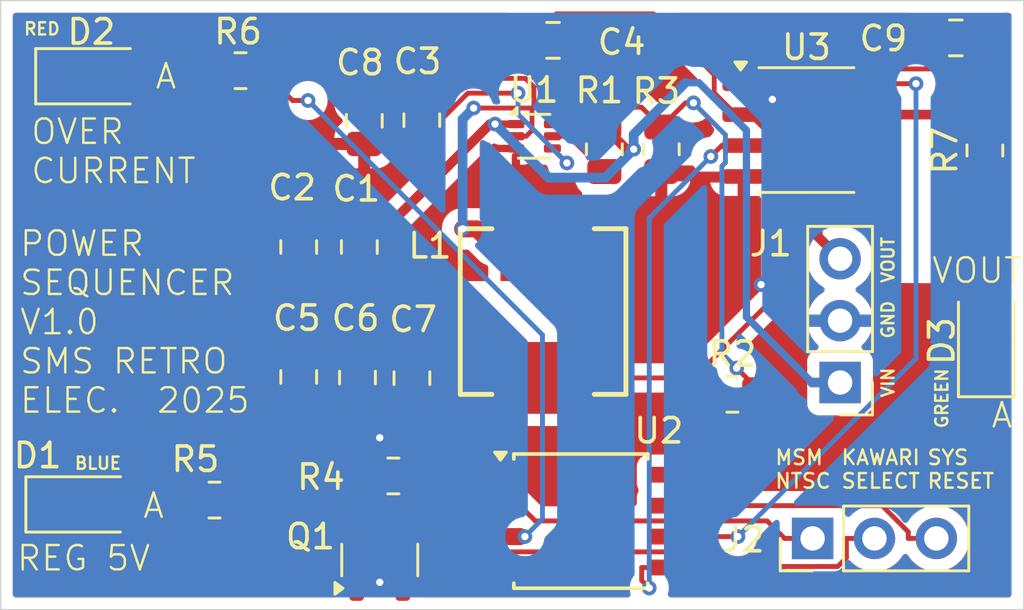
<source format=kicad_pcb>
(kicad_pcb (version 20240108) (generator "pcbnew") (generator_version "8.0")
  (layers (0 "F.Cu" signal) (31 "B.Cu" signal) (34 "B.Paste" user) (35 "F.Paste" user) (36 "B.SilkS" user "B.Silkscreen") (37 "F.SilkS" user "F.Silkscreen") (38 "B.Mask" user) (39 "F.Mask" user) (44 "Edge.Cuts" user))
  (net 0 "")
  (net 1 "Vin")
  (net 2 "GND")
  (net 3 "Net-(D1-A)")
  (net 4 "Net-(D2-A)")
  (net 5 "Vout")
  (net 6 "{slash}SYSTEM_RESET")
  (net 7 "Net-(J2-Pin_2)")
  (net 8 "Net-(U1-BST)")
  (net 9 "Net-(U1-SW)")
  (net 10 "Net-(U1-FB)")
  (net 11 "Net-(U2-VCC)")
  (net 12 "MSM_NTSC")
  (net 13 "Net-(D3-A)")
  (net 15 "Net-(U1-EN)")
  (net 16 "Net-(U2-XTAL2{slash}PB4)")
  (net 17 "Net-(U2-PB1)")
  (net 18 "Net-(U2-AREF{slash}PB0)")
  (footprint "Resistor_SMD:R_0805_2012Metric" (layer "F.Cu") (at 208.2292 78.9432 90)
    (property "Reference" "R7" (at 0 -1.65 90) (layer "F.SilkS"))
    (property "Value" "1K" (hide yes))
    (fp_line (start -0.227064 -0.735) (end 0.227064 -0.735) (stroke (width 0.12)) (layer "F.SilkS"))
    (fp_line (start -0.227064 0.735) (end 0.227064 0.735) (stroke (width 0.12)) (layer "F.SilkS"))
    (pad "1" smd roundrect (at -0.9125 0 90) (size 1.025 1.4) (layers "F.Cu" "F.Paste" "F.Mask") (roundrect_rratio 0.243902) (net 13 "Net-(D3-A)"))
    (pad "2" smd roundrect (at 0.9125 0 90) (size 1.025 1.4) (layers "F.Cu" "F.Paste" "F.Mask") (roundrect_rratio 0.243902) (net 5 "Vout"))
  )
  (footprint "Package_SO:SO-8_3.9x4.9mm_P1.27mm" (layer "F.Cu") (at 200.9044 78.105)
    (property "Reference" "U3" (at 0 -3.4 0) (layer "F.SilkS"))
    (property "Value" "AP2152A" (hide yes))
    (fp_line (start 0 -2.56) (end -1.95 -2.56) (stroke (width 0.12)) (layer "F.SilkS"))
    (fp_line (start 0 -2.56) (end 1.95 -2.56) (stroke (width 0.12)) (layer "F.SilkS"))
    (fp_line (start 0 2.56) (end -1.95 2.56) (stroke (width 0.12)) (layer "F.SilkS"))
    (fp_line (start 0 2.56) (end 1.95 2.56) (stroke (width 0.12)) (layer "F.SilkS"))
    (fp_poly (pts (xy -2.7 -2.465) (xy -2.94 -2.795) (xy -2.46 -2.795) (xy -2.7 -2.465)) (stroke (width 0.12)) (fill solid) (layer "F.SilkS"))
    (pad "1" smd roundrect (at -2.575 -1.905) (size 1.75 0.6) (layers "F.Cu" "F.Paste" "F.Mask") (net 2 "GND"))
    (pad "2" smd roundrect (at -2.575 -0.635) (size 1.75 0.6) (layers "F.Cu" "F.Paste" "F.Mask") (net 11 "Net-(U2-VCC)"))
    (pad "3" smd roundrect (at -2.575 0.635) (size 1.75 0.6) (layers "F.Cu" "F.Paste" "F.Mask") (net 18 "Net-(U2-AREF{slash}PB0)"))
    (pad "4" smd roundrect (at -2.575 1.905) (size 1.75 0.6) (layers "F.Cu" "F.Paste" "F.Mask") (net 2 "GND"))
    (pad "5" smd roundrect (at 2.575 1.905) (size 1.75 0.6) (layers "F.Cu" "F.Paste" "F.Mask"))
    (pad "6" smd roundrect (at 2.575 0.635) (size 1.75 0.6) (layers "F.Cu" "F.Paste" "F.Mask"))
    (pad "7" smd roundrect (at 2.575 -0.635) (size 1.75 0.6) (layers "F.Cu" "F.Paste" "F.Mask") (net 5 "Vout"))
    (pad "8" smd roundrect (at 2.575 -1.905) (size 1.75 0.6) (layers "F.Cu" "F.Paste" "F.Mask") (net 17 "Net-(U2-PB1)"))
  )
  (footprint "Capacitor_SMD:C_0805_2012Metric" (layer "F.Cu") (at 182.753 77.724 -90)
    (property "Reference" "C8" (at -2.3876 0.1778 180) (layer "F.SilkS"))
    (property "Value" ".1 uF")
    (fp_line (start -0.261252 0.735) (end 0.261252 0.735) (stroke (width 0.12)) (layer "F.SilkS"))
    (fp_line (start -0.261252 -0.735) (end 0.261252 -0.735) (stroke (width 0.12)) (layer "F.SilkS"))
    (pad "1" smd roundrect (at -0.95 0 270) (size 1 1.45) (layers "F.Cu" "F.Paste" "F.Mask") (net 11 "Net-(U2-VCC)"))
    (pad "2" smd roundrect (at 0.95 0 270) (size 1 1.45) (layers "F.Cu" "F.Paste" "F.Mask") (net 2 "GND"))
  )
  (footprint "74437349047:WE-LHMI_7050" (layer "F.Cu") (at 190.0936 85.5544 -90)
    (property "Reference" "L1" (at -2.6996 4.6482 0) (layer "F.SilkS"))
    (property "Value" "4.7 uH" (hide yes))
    (fp_line (start -3.4 3.4) (end 3.4 3.4) (stroke (width 0.2)) (layer "F.SilkS"))
    (fp_line (start 3.4 3.4) (end 3.4 2.1) (stroke (width 0.2)) (layer "F.SilkS"))
    (fp_line (start -3.4 2.1) (end -3.4 3.4) (stroke (width 0.2)) (layer "F.SilkS"))
    (fp_line (start -3.4 -2.1) (end -3.4 -3.4) (stroke (width 0.2)) (layer "F.SilkS"))
    (fp_line (start -3.4 -3.4) (end 3.4 -3.4) (stroke (width 0.2)) (layer "F.SilkS"))
    (fp_line (start 3.4 -3.4) (end 3.4 -2.1) (stroke (width 0.2)) (layer "F.SilkS"))
    (pad "1" smd rect (at -2.725 0 270) (size 2.95 3.5) (layers "F.Cu" "F.Paste" "F.Mask") (net 9 "Net-(U1-SW)"))
    (pad "2" smd rect (at 2.725 0 270) (size 2.95 3.5) (layers "F.Cu" "F.Paste" "F.Mask") (net 11 "Net-(U2-VCC)"))
    (zone (net 0) (net_name "") (layer "F.Cu") (connect_pads (clearance 0)) (min_thickness 0.01)
      (keepout (tracks not_allowed) (vias not_allowed) (pads not_allowed) (copperpour not_allowed) (footprints allowed))
      (fill (thermal_gap 0.508) (thermal_bridge_width 0.508))
      (polygon (pts (xy 193.3936 84.3044) (xy 193.3936 86.8044) (xy 186.7936 86.8044) (xy 186.7936 84.3044)))
    )
  )
  (footprint "Resistor_SMD:R_0805_2012Metric" (layer "F.Cu") (at 183.9468 92.3036 180)
    (property "Reference" "R4" (at 2.9718 -0.0508 0) (layer "F.SilkS"))
    (property "Value" "100K" (hide yes))
    (fp_line (start -0.227064 0.735) (end 0.227064 0.735) (stroke (width 0.12)) (layer "F.SilkS"))
    (fp_line (start -0.227064 -0.735) (end 0.227064 -0.735) (stroke (width 0.12)) (layer "F.SilkS"))
    (pad "1" smd roundrect (at -0.9125 0 180) (size 1.025 1.4) (layers "F.Cu" "F.Paste" "F.Mask") (roundrect_rratio 0.243902) (net 12 "MSM_NTSC"))
    (pad "2" smd roundrect (at 0.9125 0 180) (size 1.025 1.4) (layers "F.Cu" "F.Paste" "F.Mask") (roundrect_rratio 0.243902) (net 2 "GND"))
  )
  (footprint "Capacitor_SMD:C_0805_2012Metric" (layer "F.Cu") (at 180.0606 82.9056 -90)
    (property "Reference" "C2" (at -2.4384 0.2666 180) (layer "F.SilkS"))
    (property "Value" ".1 uF")
    (fp_line (start -0.261252 0.735) (end 0.261252 0.735) (stroke (width 0.12)) (layer "F.SilkS"))
    (fp_line (start -0.261252 -0.735) (end 0.261252 -0.735) (stroke (width 0.12)) (layer "F.SilkS"))
    (pad "1" smd roundrect (at -0.95 0 270) (size 1 1.45) (layers "F.Cu" "F.Paste" "F.Mask") (net 1 "Vin"))
    (pad "2" smd roundrect (at 0.95 0 270) (size 1 1.45) (layers "F.Cu" "F.Paste" "F.Mask") (net 2 "GND"))
  )
  (footprint "Resistor_SMD:R_0805_2012Metric" (layer "F.Cu") (at 194.945 78.8924 -90)
    (property "Reference" "R3" (at -2.3876 0.2032 180) (layer "F.SilkS"))
    (property "Value" "30K" (hide yes))
    (fp_line (start -0.227064 0.735) (end 0.227064 0.735) (stroke (width 0.12)) (layer "F.SilkS"))
    (fp_line (start -0.227064 -0.735) (end 0.227064 -0.735) (stroke (width 0.12)) (layer "F.SilkS"))
    (pad "1" smd roundrect (at -0.9125 0 270) (size 1.025 1.4) (layers "F.Cu" "F.Paste" "F.Mask") (roundrect_rratio 0.243902) (net 10 "Net-(U1-FB)"))
    (pad "2" smd roundrect (at 0.9125 0 270) (size 1.025 1.4) (layers "F.Cu" "F.Paste" "F.Mask") (roundrect_rratio 0.243902) (net 2 "GND"))
  )
  (footprint "Capacitor_SMD:C_0805_2012Metric" (layer "F.Cu") (at 182.5498 82.9056 -90)
    (property "Reference" "C1" (at -2.3876 0.127 180) (layer "F.SilkS"))
    (property "Value" "10 uF")
    (fp_line (start -0.261252 0.735) (end 0.261252 0.735) (stroke (width 0.12)) (layer "F.SilkS"))
    (fp_line (start -0.261252 -0.735) (end 0.261252 -0.735) (stroke (width 0.12)) (layer "F.SilkS"))
    (pad "1" smd roundrect (at -0.95 0 270) (size 1 1.45) (layers "F.Cu" "F.Paste" "F.Mask") (net 1 "Vin"))
    (pad "2" smd roundrect (at 0.95 0 270) (size 1 1.45) (layers "F.Cu" "F.Paste" "F.Mask") (net 2 "GND"))
  )
  (footprint "Resistor_SMD:R_0805_2012Metric" (layer "F.Cu") (at 176.6062 93.2942)
    (property "Reference" "R5" (at -0.7855 -1.6764 0) (layer "F.SilkS"))
    (property "Value" "1K" (hide yes))
    (fp_line (start -0.227064 -0.735) (end 0.227064 -0.735) (stroke (width 0.12)) (layer "F.SilkS"))
    (fp_line (start -0.227064 0.735) (end 0.227064 0.735) (stroke (width 0.12)) (layer "F.SilkS"))
    (pad "1" smd roundrect (at -0.9125 0) (size 1.025 1.4) (layers "F.Cu" "F.Paste" "F.Mask") (roundrect_rratio 0.243902) (net 3 "Net-(D1-A)"))
    (pad "2" smd roundrect (at 0.9125 0) (size 1.025 1.4) (layers "F.Cu" "F.Paste" "F.Mask") (roundrect_rratio 0.243902) (net 11 "Net-(U2-VCC)"))
  )
  (footprint "Capacitor_SMD:C_0805_2012Metric" (layer "F.Cu") (at 182.4736 88.265 -90)
    (property "Reference" "C6" (at -2.4384 0.0762 180) (layer "F.SilkS"))
    (property "Value" "22 uF")
    (fp_line (start -0.261252 0.735) (end 0.261252 0.735) (stroke (width 0.12)) (layer "F.SilkS"))
    (fp_line (start -0.261252 -0.735) (end 0.261252 -0.735) (stroke (width 0.12)) (layer "F.SilkS"))
    (pad "1" smd roundrect (at -0.95 0 270) (size 1 1.45) (layers "F.Cu" "F.Paste" "F.Mask") (net 11 "Net-(U2-VCC)"))
    (pad "2" smd roundrect (at 0.95 0 270) (size 1 1.45) (layers "F.Cu" "F.Paste" "F.Mask") (net 2 "GND"))
  )
  (footprint "Capacitor_SMD:C_0805_2012Metric" (layer "F.Cu") (at 184.7088 88.2904 -90)
    (property "Reference" "C7" (at -2.413 -0.0508 180) (layer "F.SilkS"))
    (property "Value" ".1 uF")
    (fp_line (start -0.261252 0.735) (end 0.261252 0.735) (stroke (width 0.12)) (layer "F.SilkS"))
    (fp_line (start -0.261252 -0.735) (end 0.261252 -0.735) (stroke (width 0.12)) (layer "F.SilkS"))
    (pad "1" smd roundrect (at -0.95 0 270) (size 1 1.45) (layers "F.Cu" "F.Paste" "F.Mask") (net 11 "Net-(U2-VCC)"))
    (pad "2" smd roundrect (at 0.95 0 270) (size 1 1.45) (layers "F.Cu" "F.Paste" "F.Mask") (net 2 "GND"))
  )
  (footprint "Package_TO_SOT_SMD:SOT-23" (layer "F.Cu") (at 183.388 95.7557 90)
    (property "Reference" "Q1" (at 0.9629 -2.8448 180) (layer "F.SilkS"))
    (property "Value" "2N7002" (hide yes))
    (fp_line (start 0 -1.56) (end 0.65 -1.56) (stroke (width 0.12)) (layer "F.SilkS"))
    (fp_line (start 0 -1.56) (end -0.65 -1.56) (stroke (width 0.12)) (layer "F.SilkS"))
    (fp_line (start 0 1.56) (end 0.65 1.56) (stroke (width 0.12)) (layer "F.SilkS"))
    (fp_line (start 0 1.56) (end -0.65 1.56) (stroke (width 0.12)) (layer "F.SilkS"))
    (fp_poly (pts (xy -1.1625 -1.51) (xy -1.4025 -1.84) (xy -0.9225 -1.84) (xy -1.1625 -1.51)) (stroke (width 0.12)) (fill solid) (layer "F.SilkS"))
    (pad "1" smd roundrect (at -0.9375 -0.95 90) (size 1.475 0.6) (layers "F.Cu" "F.Paste" "F.Mask") (net 12 "MSM_NTSC"))
    (pad "2" smd roundrect (at -0.9375 0.95 90) (size 1.475 0.6) (layers "F.Cu" "F.Paste" "F.Mask") (net 2 "GND"))
    (pad "3" smd roundrect (at 0.9375 0 90) (size 1.475 0.6) (layers "F.Cu" "F.Paste" "F.Mask") (net 7 "Net-(J2-Pin_2)"))
  )
  (footprint "Resistor_SMD:R_0805_2012Metric" (layer "F.Cu") (at 192.6082 78.8943 -90)
    (property "Reference" "R1" (at -2.4149 0.2032 180) (layer "F.SilkS"))
    (property "Value" "100K")
    (fp_line (start -0.227064 0.735) (end 0.227064 0.735) (stroke (width 0.12)) (layer "F.SilkS"))
    (fp_line (start -0.227064 -0.735) (end 0.227064 -0.735) (stroke (width 0.12)) (layer "F.SilkS"))
    (pad "1" smd roundrect (at -0.9125 0 270) (size 1.025 1.4) (layers "F.Cu" "F.Paste" "F.Mask") (roundrect_rratio 0.243902) (net 1 "Vin"))
    (pad "2" smd roundrect (at 0.9125 0 270) (size 1.025 1.4) (layers "F.Cu" "F.Paste" "F.Mask") (roundrect_rratio 0.243902) (net 15 "Net-(U1-EN)"))
  )
  (footprint "Connector_PinHeader_2.54mm:PinHeader_1x03_P2.54mm_Vertical" (layer "F.Cu") (at 201.1576 94.869 90)
    (property "Reference" "J2" (at -0.0508 -2.8344 0) (layer "F.SilkS"))
    (property "Value" "Conn_01x03_Pin" (hide yes))
    (fp_line (start -1.33 -1.33) (end 0 -1.33) (stroke (width 0.12)) (layer "F.SilkS"))
    (fp_line (start -1.33 0) (end -1.33 -1.33) (stroke (width 0.12)) (layer "F.SilkS"))
    (fp_line (start 1.33 1.27) (end 1.33 6.41) (stroke (width 0.12)) (layer "F.SilkS"))
    (fp_line (start -1.33 1.27) (end 1.33 1.27) (stroke (width 0.12)) (layer "F.SilkS"))
    (fp_line (start -1.33 1.27) (end -1.33 6.41) (stroke (width 0.12)) (layer "F.SilkS"))
    (fp_line (start -1.33 6.41) (end 1.33 6.41) (stroke (width 0.12)) (layer "F.SilkS"))
    (pad "1" thru_hole rect (at 0 0 90) (size 1.7 1.7) (drill 1) (layers "*.Cu" "*.Mask") (net 12 "MSM_NTSC"))
    (pad "2" thru_hole oval (at 0 2.54 90) (size 1.7 1.7) (drill 1) (layers "*.Cu" "*.Mask") (net 7 "Net-(J2-Pin_2)"))
    (pad "3" thru_hole oval (at 0 5.08 90) (size 1.7 1.7) (drill 1) (layers "*.Cu" "*.Mask") (net 6 "{slash}SYSTEM_RESET"))
  )
  (footprint "Capacitor_SMD:C_0805_2012Metric" (layer "F.Cu") (at 207.0354 74.3204)
    (property "Reference" "C9" (at -2.9718 0.0254 0) (layer "F.SilkS"))
    (property "Value" ".1 uF" (hide yes))
    (fp_line (start -0.261252 -0.735) (end 0.261252 -0.735) (stroke (width 0.12)) (layer "F.SilkS"))
    (fp_line (start -0.261252 0.735) (end 0.261252 0.735) (stroke (width 0.12)) (layer "F.SilkS"))
    (pad "1" smd roundrect (at -0.95 0) (size 1 1.45) (layers "F.Cu" "F.Paste" "F.Mask") (net 11 "Net-(U2-VCC)"))
    (pad "2" smd roundrect (at 0.95 0) (size 1 1.45) (layers "F.Cu" "F.Paste" "F.Mask") (net 2 "GND"))
  )
  (footprint "LED_SMD:LED_1206_3216Metric" (layer "F.Cu") (at 171.5486 75.8952)
    (property "Reference" "D2" (at 0 -1.82 0) (layer "F.SilkS"))
    (property "Value" "RED LED SMD 1206" (hide yes))
    (fp_line (start -2.285 -1.135) (end -2.285 1.135) (stroke (width 0.12)) (layer "F.SilkS"))
    (fp_line (start -2.285 1.135) (end 1.6 1.135) (stroke (width 0.12)) (layer "F.SilkS"))
    (fp_line (start 1.6 -1.135) (end -2.285 -1.135) (stroke (width 0.12)) (layer "F.SilkS"))
    (pad "1" smd roundrect (at -1.4 0) (size 1.25 1.75) (layers "F.Cu" "F.Paste" "F.Mask") (roundrect_rratio 0.2) (net 2 "GND"))
    (pad "2" smd roundrect (at 1.4 0) (size 1.25 1.75) (layers "F.Cu" "F.Paste" "F.Mask") (roundrect_rratio 0.2) (net 4 "Net-(D2-A)"))
  )
  (footprint "LED_SMD:LED_1206_3216Metric" (layer "F.Cu") (at 171.1452 93.472)
    (property "Reference" "D1" (at -1.8034 -2.0066 0) (layer "F.SilkS"))
    (property "Value" "BLUE LED SMD 1206" (hide yes))
    (fp_line (start -2.285 -1.135) (end -2.285 1.135) (stroke (width 0.12)) (layer "F.SilkS"))
    (fp_line (start -2.285 1.135) (end 1.6 1.135) (stroke (width 0.12)) (layer "F.SilkS"))
    (fp_line (start 1.6 -1.135) (end -2.285 -1.135) (stroke (width 0.12)) (layer "F.SilkS"))
    (pad "1" smd roundrect (at -1.4 0) (size 1.25 1.75) (layers "F.Cu" "F.Paste" "F.Mask") (roundrect_rratio 0.2) (net 2 "GND"))
    (pad "2" smd roundrect (at 1.4 0) (size 1.25 1.75) (layers "F.Cu" "F.Paste" "F.Mask") (roundrect_rratio 0.2) (net 3 "Net-(D1-A)"))
  )
  (footprint "Capacitor_SMD:C_0805_2012Metric" (layer "F.Cu") (at 190.5 74.422)
    (property "Reference" "C4" (at 2.8194 0.0762 0) (layer "F.SilkS"))
    (property "Value" "18 pF")
    (fp_line (start -0.261252 -0.735) (end 0.261252 -0.735) (stroke (width 0.12)) (layer "F.SilkS"))
    (fp_line (start -0.261252 0.735) (end 0.261252 0.735) (stroke (width 0.12)) (layer "F.SilkS"))
    (pad "1" smd roundrect (at -0.95 0) (size 1 1.45) (layers "F.Cu" "F.Paste" "F.Mask") (net 11 "Net-(U2-VCC)"))
    (pad "2" smd roundrect (at 0.95 0) (size 1 1.45) (layers "F.Cu" "F.Paste" "F.Mask") (net 10 "Net-(U1-FB)"))
  )
  (footprint "Capacitor_SMD:C_0805_2012Metric" (layer "F.Cu") (at 180.0606 88.2396 -90)
    (property "Reference" "C5" (at -2.413 0.0762 180) (layer "F.SilkS"))
    (property "Value" "22 uF")
    (fp_line (start -0.261252 0.735) (end 0.261252 0.735) (stroke (width 0.12)) (layer "F.SilkS"))
    (fp_line (start -0.261252 -0.735) (end 0.261252 -0.735) (stroke (width 0.12)) (layer "F.SilkS"))
    (pad "1" smd roundrect (at -0.95 0 270) (size 1 1.45) (layers "F.Cu" "F.Paste" "F.Mask") (net 11 "Net-(U2-VCC)"))
    (pad "2" smd roundrect (at 0.95 0 270) (size 1 1.45) (layers "F.Cu" "F.Paste" "F.Mask") (net 2 "GND"))
  )
  (footprint "LED_SMD:LED_1206_3216Metric" (layer "F.Cu") (at 208.28 86.7664 90)
    (property "Reference" "D3" (at 0 -1.82 90) (layer "F.SilkS"))
    (property "Value" "GREEN LED SMD 1206" (hide yes))
    (fp_line (start 1.6 -1.135) (end -2.285 -1.135) (stroke (width 0.12)) (layer "F.SilkS"))
    (fp_line (start -2.285 -1.135) (end -2.285 1.135) (stroke (width 0.12)) (layer "F.SilkS"))
    (fp_line (start -2.285 1.135) (end 1.6 1.135) (stroke (width 0.12)) (layer "F.SilkS"))
    (pad "1" smd roundrect (at -1.4 0 90) (size 1.25 1.75) (layers "F.Cu" "F.Paste" "F.Mask") (roundrect_rratio 0.2) (net 2 "GND"))
    (pad "2" smd roundrect (at 1.4 0 90) (size 1.25 1.75) (layers "F.Cu" "F.Paste" "F.Mask") (roundrect_rratio 0.2) (net 13 "Net-(D3-A)"))
  )
  (footprint "Package_SO:SOIC-8W_5.3x5.3mm_P1.27mm" (layer "F.Cu") (at 191.643 94.1578)
    (property "Reference" "U2" (at 3.2004 -3.7084 0) (layer "F.SilkS"))
    (property "Value" "ATtiny85V-10S" (hide yes))
    (fp_line (start -2.75 -2.755) (end -2.75 -2.55) (stroke (width 0.15)) (layer "F.SilkS"))
    (fp_line (start -2.75 -2.755) (end 2.75 -2.755) (stroke (width 0.15)) (layer "F.SilkS"))
    (fp_line (start -2.75 2.755) (end -2.75 2.55) (stroke (width 0.15)) (layer "F.SilkS"))
    (fp_line (start -2.75 2.755) (end 2.75 2.755) (stroke (width 0.15)) (layer "F.SilkS"))
    (fp_line (start 2.75 -2.755) (end 2.75 -2.55) (stroke (width 0.15)) (layer "F.SilkS"))
    (fp_line (start 2.75 2.755) (end 2.75 2.55) (stroke (width 0.15)) (layer "F.SilkS"))
    (fp_poly (pts (xy -3.3 -2.5) (xy -3.54 -2.83) (xy -3.06 -2.83) (xy -3.3 -2.5)) (stroke (width 0.12)) (fill solid) (layer "F.SilkS"))
    (pad "1" smd rect (at -3.65 -1.905) (size 1.7 0.65) (layers "F.Cu" "F.Paste" "F.Mask"))
    (pad "2" smd rect (at -3.65 -0.635) (size 1.7 0.65) (layers "F.Cu" "F.Paste" "F.Mask") (net 12 "MSM_NTSC"))
    (pad "3" smd rect (at -3.65 0.635) (size 1.7 0.65) (layers "F.Cu" "F.Paste" "F.Mask") (net 16 "Net-(U2-XTAL2{slash}PB4)"))
    (pad "4" smd rect (at -3.65 1.905) (size 1.7 0.65) (layers "F.Cu" "F.Paste" "F.Mask") (net 2 "GND"))
    (pad "5" smd rect (at 3.65 1.905) (size 1.7 0.65) (layers "F.Cu" "F.Paste" "F.Mask") (net 18 "Net-(U2-AREF{slash}PB0)"))
    (pad "6" smd rect (at 3.65 0.635) (size 1.7 0.65) (layers "F.Cu" "F.Paste" "F.Mask") (net 17 "Net-(U2-PB1)"))
    (pad "7" smd rect (at 3.65 -0.635) (size 1.7 0.65) (layers "F.Cu" "F.Paste" "F.Mask") (net 6 "{slash}SYSTEM_RESET"))
    (pad "8" smd rect (at 3.65 -1.905) (size 1.7 0.65) (layers "F.Cu" "F.Paste" "F.Mask") (net 11 "Net-(U2-VCC)"))
  )
  (footprint "Connector_PinHeader_2.54mm:PinHeader_1x03_P2.54mm_Vertical" (layer "F.Cu") (at 202.2856 88.4682 180)
    (property "Reference" "J1" (at 2.8448 5.7 0) (layer "F.SilkS"))
    (property "Value" "Conn_01x03_Pin" (hide yes))
    (fp_line (start 1.33 1.27) (end 1.33 6.41) (stroke (width 0.12)) (layer "F.SilkS"))
    (fp_line (start -1.33 6.41) (end 1.33 6.41) (stroke (width 0.12)) (layer "F.SilkS"))
    (fp_line (start -1.33 1.27) (end 1.33 1.27) (stroke (width 0.12)) (layer "F.SilkS"))
    (fp_line (start -1.33 1.27) (end -1.33 6.41) (stroke (width 0.12)) (layer "F.SilkS"))
    (fp_line (start -1.33 0) (end -1.33 -1.33) (stroke (width 0.12)) (layer "F.SilkS"))
    (fp_line (start -1.33 -1.33) (end 0 -1.33) (stroke (width 0.12)) (layer "F.SilkS"))
    (pad "1" thru_hole rect (at 0 0 180) (size 1.7 1.7) (drill 1) (layers "*.Cu" "*.Mask") (net 1 "Vin"))
    (pad "2" thru_hole oval (at 0 2.54 180) (size 1.7 1.7) (drill 1) (layers "*.Cu" "*.Mask") (net 2 "GND"))
    (pad "3" thru_hole oval (at 0 5.08 180) (size 1.7 1.7) (drill 1) (layers "*.Cu" "*.Mask") (net 5 "Vout"))
  )
  (footprint "Resistor_SMD:R_0805_2012Metric" (layer "F.Cu") (at 197.866 88.9508)
    (property "Reference" "R2" (at 0 -1.65 0) (layer "F.SilkS"))
    (property "Value" "220K")
    (fp_line (start -0.227064 -0.735) (end 0.227064 -0.735) (stroke (width 0.12)) (layer "F.SilkS"))
    (fp_line (start -0.227064 0.735) (end 0.227064 0.735) (stroke (width 0.12)) (layer "F.SilkS"))
    (pad "1" smd roundrect (at -0.9125 0) (size 1.025 1.4) (layers "F.Cu" "F.Paste" "F.Mask") (roundrect_rratio 0.243902) (net 11 "Net-(U2-VCC)"))
    (pad "2" smd roundrect (at 0.9125 0) (size 1.025 1.4) (layers "F.Cu" "F.Paste" "F.Mask") (roundrect_rratio 0.243902) (net 10 "Net-(U1-FB)"))
  )
  (footprint "Resistor_SMD:R_0805_2012Metric" (layer "F.Cu") (at 177.673 75.6666 180)
    (property "Reference" "R6" (at 0.1016 1.6002 0) (layer "F.SilkS"))
    (property "Value" "1K" (hide yes))
    (fp_line (start -0.227064 0.735) (end 0.227064 0.735) (stroke (width 0.12)) (layer "F.SilkS"))
    (fp_line (start -0.227064 -0.735) (end 0.227064 -0.735) (stroke (width 0.12)) (layer "F.SilkS"))
    (pad "1" smd roundrect (at -0.9125 0 180) (size 1.025 1.4) (layers "F.Cu" "F.Paste" "F.Mask") (roundrect_rratio 0.243902) (net 16 "Net-(U2-XTAL2{slash}PB4)"))
    (pad "2" smd roundrect (at 0.9125 0 180) (size 1.025 1.4) (layers "F.Cu" "F.Paste" "F.Mask") (roundrect_rratio 0.243902) (net 4 "Net-(D2-A)"))
  )
  (footprint "Package_TO_SOT_SMD:SOT-563" (layer "F.Cu") (at 189.726 78.359)
    (property "Reference" "U1" (at 0 -1.9 0) (layer "F.SilkS"))
    (property "Value" "TPS563206DRLR" (hide yes))
    (fp_line (start 0.65 -0.9) (end -0.45 -0.9) (stroke (width 0.12)) (layer "F.SilkS"))
    (fp_line (start 0.65 0.9) (end -0.65 0.9) (stroke (width 0.12)) (layer "F.SilkS"))
    (fp_poly (pts (xy -0.7 -0.9) (xy -0.98 -0.9) (xy -0.7 -1.18) (xy -0.7 -0.9)) (stroke (width 0.12)) (fill solid) (layer "F.SilkS"))
    (pad "1" smd roundrect (at -0.75 -0.5) (size 0.7 0.34) (layers "F.Cu" "F.Paste" "F.Mask") (net 1 "Vin"))
    (pad "2" smd roundrect (at -0.75 0) (size 0.7 0.34) (layers "F.Cu" "F.Paste" "F.Mask") (net 9 "Net-(U1-SW)"))
    (pad "3" smd roundrect (at -0.75 0.5) (size 0.7 0.34) (layers "F.Cu" "F.Paste" "F.Mask") (net 2 "GND"))
    (pad "4" smd roundrect (at 0.75 0.5) (size 0.7 0.34) (layers "F.Cu" "F.Paste" "F.Mask") (net 8 "Net-(U1-BST)"))
    (pad "5" smd roundrect (at 0.75 0) (size 0.7 0.34) (layers "F.Cu" "F.Paste" "F.Mask") (net 15 "Net-(U1-EN)"))
    (pad "6" smd roundrect (at 0.75 -0.5) (size 0.7 0.34) (layers "F.Cu" "F.Paste" "F.Mask") (net 10 "Net-(U1-FB)"))
  )
  (footprint "Capacitor_SMD:C_0805_2012Metric" (layer "F.Cu") (at 185.1152 77.6986 -90)
    (property "Reference" "C3" (at -2.413 0.1778 0) (layer "F.SilkS"))
    (property "Value" ".1 uF" (hide yes))
    (fp_line (start -0.261252 0.735) (end 0.261252 0.735) (stroke (width 0.12)) (layer "F.SilkS"))
    (fp_line (start -0.261252 -0.735) (end 0.261252 -0.735) (stroke (width 0.12)) (layer "F.SilkS"))
    (pad "1" smd roundrect (at -0.95 0 270) (size 1 1.45) (layers "F.Cu" "F.Paste" "F.Mask") (net 9 "Net-(U1-SW)"))
    (pad "2" smd roundrect (at 0.95 0 270) (size 1 1.45) (layers "F.Cu" "F.Paste" "F.Mask") (net 8 "Net-(U1-BST)"))
  )
  (gr_line (start 167.8236 72.79) (end 209.8236 72.79) (stroke (width 0.05)) (layer "Edge.Cuts"))
  (gr_line (start 167.8236 97.79) (end 167.8236 72.79) (stroke (width 0.05)) (layer "Edge.Cuts"))
  (gr_line (start 167.8236 97.79) (end 209.8236 97.79) (stroke (width 0.05)) (layer "Edge.Cuts"))
  (gr_line (start 209.8236 97.79) (end 209.8236 72.79) (stroke (width 0.05)) (layer "Edge.Cuts"))
  (gr_text "VOUT" (at 205.994 84.455 0) (layer "F.SilkS") (effects (font (size 1 1) (thickness 0.1)) (justify left bottom)))
  (gr_text "VOUT" (at 204.5462 84.4296 90) (layer "F.SilkS") (effects (font (size 0.5 0.5) (thickness 0.1)) (justify left bottom)))
  (gr_text "REG 5V" (at 168.4274 96.266 0) (layer "F.SilkS") (effects (font (size 1 1) (thickness 0.1)) (justify left bottom)))
  (gr_text "RED" (at 168.7292 74.2442 0) (layer "F.SilkS") (effects (font (size 0.5 0.5) (thickness 0.1)) (justify left bottom)))
  (gr_text "GREEN" (at 206.756 90.3986 90) (layer "F.SilkS") (effects (font (size 0.5 0.5) (thickness 0.1)) (justify left bottom)))
  (gr_text "OVER\nCURRENT" (at 169.0116 80.3656 0) (layer "F.SilkS") (effects (font (size 1 1) (thickness 0.1)) (justify left bottom)))
  (gr_text "A" (at 173.609 94.107 0) (layer "F.SilkS") (effects (font (size 1 1) (thickness 0.1)) (justify left bottom)))
  (gr_text "A" (at 174.117 76.4794 0) (layer "F.SilkS") (effects (font (size 1 1) (thickness 0.1)) (justify left bottom)))
  (gr_text "GND" (at 204.5462 86.7156 90) (layer "F.SilkS") (effects (font (size 0.5 0.5) (thickness 0.1)) (justify left bottom)))
  (gr_text "SYS\nRESET" (at 205.8162 92.8624 0) (layer "F.SilkS") (effects (font (size 0.6 0.6) (thickness 0.1)) (justify left bottom)))
  (gr_text "A" (at 208.4324 90.3986 0) (layer "F.SilkS") (effects (font (size 1 1) (thickness 0.1)) (justify left bottom)))
  (gr_text "VIN" (at 204.5462 89.1286 90) (layer "F.SilkS") (effects (font (size 0.5 0.5) (thickness 0.1)) (justify left bottom)))
  (gr_text "POWER \nSEQUENCER\nV1.0\nSMS RETRO\nELEC.  2025" (at 168.5544 89.789 0) (layer "F.SilkS") (effects (font (size 1 1) (thickness 0.1)) (justify left bottom)))
  (gr_text "BLUE" (at 170.815 92.075 0) (layer "F.SilkS") (effects (font (size 0.5 0.5) (thickness 0.1)) (justify left bottom)))
  (gr_text "KAWARI\nSELECT" (at 202.2856 92.8624 0) (layer "F.SilkS") (effects (font (size 0.6 0.6) (thickness 0.1)) (justify left bottom)))
  (gr_text "MSM\nNTSC" (at 199.5678 92.8624 0) (layer "F.SilkS") (effects (font (size 0.6 0.6) (thickness 0.1)) (justify left bottom)))
  (segment (start 188.1216 77.859) (end 188.976 77.859) (width 0.3) (layer "F.Cu") (net 1))
  (segment (start 193.8134 78.8924) (end 193.5188 78.8924) (width 0.4) (layer "F.Cu") (net 1))
  (segment (start 183.8202 81.9556) (end 187.9168 77.859) (width 0.4) (layer "F.Cu") (net 1))
  (segment (start 193.5188 78.8924) (end 192.6082 77.9818) (width 0.4) (layer "F.Cu") (net 1))
  (segment (start 182.5498 81.9556) (end 183.8202 81.9556) (width 0.4) (layer "F.Cu") (net 1))
  (segment (start 187.9168 77.859) (end 188.1216 77.859) (width 0.2) (layer "F.Cu") (net 1))
  (segment (start 182.5498 81.9556) (end 180.0606 81.9556) (width 0.4) (layer "F.Cu") (net 1))
  (via (at 193.8134 78.8924) (size 0.6) (drill 0.3) (layers "F.Cu" "B.Cu") (net 1))
  (via (at 188.1216 77.859) (size 0.6) (drill 0.3) (layers "F.Cu" "B.Cu") (net 1))
  (segment (start 193.8134 78.8924) (end 192.6495 80.0563) (width 0.4) (layer "B.Cu") (net 1))
  (segment (start 198.4415 85.7758) (end 198.4415 78.112) (width 0.3) (layer "B.Cu") (net 1))
  (segment (start 193.8134 78.2817) (end 193.8134 78.8924) (width 0.4) (layer "B.Cu") (net 1))
  (segment (start 198.4415 78.112) (end 196.4926 76.1631) (width 0.3) (layer "B.Cu") (net 1))
  (segment (start 196.4926 76.1631) (end 195.932 76.1631) (width 0.3) (layer "B.Cu") (net 1))
  (segment (start 190.3189 80.0563) (end 188.1216 77.859) (width 0.4) (layer "B.Cu") (net 1))
  (segment (start 192.6495 80.0563) (end 190.3189 80.0563) (width 0.4) (layer "B.Cu") (net 1))
  (segment (start 195.932 76.1631) (end 193.8134 78.2817) (width 0.4) (layer "B.Cu") (net 1))
  (segment (start 202.2856 88.4682) (end 201.1339 88.4682) (width 0.4) (layer "B.Cu") (net 1))
  (segment (start 201.1339 88.4682) (end 198.4415 85.7758) (width 0.3) (layer "B.Cu") (net 1))
  (segment (start 195.1501 80.01) (end 198.3294 80.01) (width 0.4) (layer "F.Cu") (net 2))
  (segment (start 207.9854 74.3204) (end 206.7107 75.5951) (width 0.2) (layer "F.Cu") (net 2))
  (segment (start 182.5498 83.8556) (end 183.0984 83.8556) (width 0.2) (layer "F.Cu") (net 2))
  (segment (start 187.993 96.0628) (end 186.8413 96.0628) (width 0.2) (layer "F.Cu") (net 2))
  (segment (start 198.7723 84.4476) (end 199.0432 84.4476) (width 0.2) (layer "F.Cu") (net 2))
  (segment (start 182.4482 89.1896) (end 182.4736 89.215) (width 0.2) (layer "F.Cu") (net 2))
  (segment (start 182.499 89.2404) (end 182.4736 89.215) (width 0.2) (layer "F.Cu") (net 2))
  (segment (start 198.9763 76.8469) (end 198.3294 76.2) (width 0.4) (layer "F.Cu") (net 2))
  (segment (start 184.7088 89.2404) (end 182.499 89.2404) (width 0.4) (layer "F.Cu") (net 2))
  (segment (start 182.4736 92.2534) (end 182.9841 92.2534) (width 0.2) (layer "F.Cu") (net 2))
  (segment (start 183.0984 83.8556) (end 188.095 78.859) (width 0.4) (layer "F.Cu") (net 2))
  (segment (start 182.9841 92.2534) (end 183.0343 92.3036) (width 0.2) (layer "F.Cu") (net 2))
  (segment (start 188.095 78.859) (end 188.976 78.859) (width 0.3) (layer "F.Cu") (net 2))
  (segment (start 184.338 96.6932) (end 184.338 96.6681) (width 0.2) (layer "F.Cu") (net 2))
  (segment (start 194.945 79.8049) (end 195.1501 80.01) (width 0.2) (layer "F.Cu") (net 2))
  (segment (start 183.388 96.6681) (end 184.338 96.6681) (width 0.2) (layer "F.Cu") (net 2))
  (segment (start 180.0606 89.1896) (end 182.4482 89.1896) (width 0.4) (layer "F.Cu") (net 2))
  (segment (start 199.5057 76.8469) (end 198.9763 76.8469) (width 0.4) (layer "F.Cu") (net 2))
  (segment (start 206.7107 75.5951) (end 198.9343 75.5951) (width 0.2) (layer "F.Cu") (net 2))
  (segment (start 180.0606 83.8556) (end 182.5498 83.8556) (width 0.2) (layer "F.Cu") (net 2))
  (segment (start 184.9433 96.0628) (end 186.8413 96.0628) (width 0.2) (layer "F.Cu") (net 2))
  (segment (start 184.338 96.6681) (end 184.9433 96.0628) (width 0.2) (layer "F.Cu") (net 2))
  (segment (start 198.9343 75.5951) (end 198.3294 76.2) (width 0.2) (layer "F.Cu") (net 2))
  (via (at 183.388 90.7342) (size 0.6) (drill 0.3) (layers "F.Cu" "B.Cu") (net 2))
  (via (at 199.0432 84.4476) (size 0.6) (drill 0.3) (layers "F.Cu" "B.Cu") (net 2))
  (via (at 199.5057 76.8469) (size 0.6) (drill 0.3) (layers "F.Cu" "B.Cu") (net 2))
  (via (at 183.388 96.6681) (size 0.6) (drill 0.3) (layers "F.Cu" "B.Cu") (net 2))
  (segment (start 200.7337 85.9282) (end 199.2531 84.4476) (width 0.4) (layer "B.Cu") (net 2))
  (segment (start 199.2531 77.0995) (end 199.5057 76.8469) (width 0.4) (layer "B.Cu") (net 2))
  (segment (start 199.0432 84.4476) (end 199.2531 84.4476) (width 0.2) (layer "B.Cu") (net 2))
  (segment (start 202.2856 85.9282) (end 200.7337 85.9282) (width 0.4) (layer "B.Cu") (net 2))
  (segment (start 199.2531 84.4476) (end 199.2531 77.0995) (width 0.4) (layer "B.Cu") (net 2))
  (segment (start 175.5159 93.472) (end 175.6937 93.2942) (width 0.2) (layer "F.Cu") (net 3))
  (segment (start 172.5452 93.472) (end 175.5159 93.472) (width 0.2) (layer "F.Cu") (net 3))
  (segment (start 176.7605 75.6666) (end 173.1772 75.6666) (width 0.2) (layer "F.Cu") (net 4))
  (segment (start 173.1772 75.6666) (end 172.9486 75.8952) (width 0.2) (layer "F.Cu") (net 4))
  (segment (start 203.4794 77.47) (end 207.6685 77.47) (width 0.4) (layer "F.Cu") (net 5))
  (segment (start 201.422 77.4446) (end 201.4474 77.47) (width 0.2) (layer "F.Cu") (net 5))
  (segment (start 201.3712 77.4954) (end 201.422 77.4446) (width 0.2) (layer "F.Cu") (net 5))
  (segment (start 201.3712 82.4738) (end 201.3712 82.0166) (width 0.4) (layer "F.Cu") (net 5))
  (segment (start 202.2856 83.3882) (end 201.3712 82.4738) (width 0.4) (layer "F.Cu") (net 5))
  (segment (start 207.6685 77.47) (end 208.2292 78.0307) (width 0.4) (layer "F.Cu") (net 5))
  (segment (start 201.3712 82.0166) (end 201.3712 77.4954) (width 0.4) (layer "F.Cu") (net 5))
  (segment (start 201.4474 77.47) (end 203.4794 77.47) (width 0.4) (layer "F.Cu") (net 5))
  (segment (start 204.0082 93.5228) (end 195.293 93.5228) (width 0.2) (layer "F.Cu") (net 6))
  (segment (start 205.0859 94.869) (end 205.0859 94.6005) (width 0.2) (layer "F.Cu") (net 6))
  (segment (start 205.0859 94.6005) (end 204.0082 93.5228) (width 0.2) (layer "F.Cu") (net 6))
  (segment (start 206.2376 94.869) (end 205.0859 94.869) (width 0.2) (layer "F.Cu") (net 6))
  (segment (start 183.9894 95.4196) (end 183.388 94.8182) (width 0.2) (layer "F.Cu") (net 7))
  (segment (start 197.3344 95.4196) (end 183.9894 95.4196) (width 0.2) (layer "F.Cu") (net 7))
  (segment (start 202.5459 95.6608) (end 202.186 96.0207) (width 0.2) (layer "F.Cu") (net 7))
  (segment (start 203.6976 94.869) (end 202.5459 94.869) (width 0.2) (layer "F.Cu") (net 7))
  (segment (start 197.9355 96.0207) (end 197.3344 95.4196) (width 0.2) (layer "F.Cu") (net 7))
  (segment (start 202.186 96.0207) (end 197.9355 96.0207) (width 0.2) (layer "F.Cu") (net 7))
  (segment (start 202.5459 94.869) (end 202.5459 95.6608) (width 0.2) (layer "F.Cu") (net 7))
  (segment (start 189.067 76.5893) (end 187.0032 76.5893) (width 0.2) (layer "F.Cu") (net 8))
  (segment (start 185.1152 78.4773) (end 185.1152 78.6486) (width 0.2) (layer "F.Cu") (net 8))
  (segment (start 187.0032 76.5893) (end 185.1152 78.4773) (width 0.2) (layer "F.Cu") (net 8))
  (segment (start 190.476 78.859) (end 191.0702 79.4532) (width 0.2) (layer "F.Cu") (net 8))
  (via (at 191.0702 79.4532) (size 0.6) (drill 0.3) (layers "F.Cu" "B.Cu") (net 8))
  (via (at 189.067 76.5893) (size 0.6) (drill 0.3) (layers "F.Cu" "B.Cu") (net 8))
  (segment (start 189.067 76.5893) (end 189.067 77.45) (width 0.2) (layer "B.Cu") (net 8))
  (segment (start 189.067 77.45) (end 191.0702 79.4532) (width 0.2) (layer "B.Cu") (net 8))
  (segment (start 189.3977 78.359) (end 188.976 78.359) (width 0.2) (layer "F.Cu") (net 9))
  (segment (start 189.7174 77.1214) (end 189.6375 77.2013) (width 0.2) (layer "F.Cu") (net 9))
  (segment (start 189.3613 75.982) (end 189.7174 76.3381) (width 0.2) (layer "F.Cu") (net 9))
  (segment (start 190.0936 82.8294) (end 188.0419 82.8294) (width 0.7) (layer "F.Cu") (net 9))
  (segment (start 187.3731 82.1606) (end 186.7904 82.1606) (width 0.7) (layer "F.Cu") (net 9))
  (segment (start 185.8818 75.982) (end 189.3613 75.982) (width 0.2) (layer "F.Cu") (net 9))
  (segment (start 189.6375 78.1192) (end 189.3977 78.359) (width 0.2) (layer "F.Cu") (net 9))
  (segment (start 189.6375 77.2013) (end 187.242 77.2013) (width 0.2) (layer "F.Cu") (net 9))
  (segment (start 188.0419 82.8294) (end 187.3731 82.1606) (width 0.7) (layer "F.Cu") (net 9))
  (segment (start 189.7174 76.3381) (end 189.7174 77.1214) (width 0.2) (layer "F.Cu") (net 9))
  (segment (start 185.1152 76.7486) (end 185.8818 75.982) (width 0.2) (layer "F.Cu") (net 9))
  (segment (start 189.6375 77.2013) (end 189.6375 78.1192) (width 0.2) (layer "F.Cu") (net 9))
  (via (at 186.7904 82.1606) (size 0.6) (drill 0.3) (layers "F.Cu" "B.Cu") (net 9))
  (via (at 187.242 77.2013) (size 0.6) (drill 0.3) (layers "F.Cu" "B.Cu") (net 9))
  (segment (start 186.7904 77.6529) (end 187.242 77.2013) (width 0.4) (layer "B.Cu") (net 9))
  (segment (start 186.7904 82.1606) (end 186.7904 77.6529) (width 0.4) (layer "B.Cu") (net 9))
  (segment (start 194.945 77.9799) (end 194.1317 77.1666) (width 0.2) (layer "F.Cu") (net 10))
  (segment (start 198.7785 88.6133) (end 198.0398 87.8746) (width 0.2) (layer "F.Cu") (net 10))
  (segment (start 191.45 77.1666) (end 191.45 74.422) (width 0.2) (layer "F.Cu") (net 10))
  (segment (start 195.9375 76.9874) (end 194.945 77.9799) (width 0.2) (layer "F.Cu") (net 10))
  (segment (start 194.1317 77.1666) (end 191.45 77.1666) (width 0.2) (layer "F.Cu") (net 10))
  (segment (start 198.7785 88.9508) (end 198.7785 88.6133) (width 0.2) (layer "F.Cu") (net 10))
  (segment (start 196.2658 76.9874) (end 195.9375 76.9874) (width 0.2) (layer "F.Cu") (net 10))
  (segment (start 191.45 77.1666) (end 191.1684 77.1666) (width 0.2) (layer "F.Cu") (net 10))
  (segment (start 191.1684 77.1666) (end 190.476 77.859) (width 0.2) (layer "F.Cu") (net 10))
  (via (at 196.2658 76.9874) (size 0.6) (drill 0.3) (layers "F.Cu" "B.Cu") (net 10))
  (via (at 198.0398 87.8746) (size 0.6) (drill 0.3) (layers "F.Cu" "B.Cu") (net 10))
  (segment (start 197.4342 79.583129) (end 197.4342 87.269) (width 0.2) (layer "B.Cu") (net 10))
  (segment (start 197.5795 78.3011) (end 197.5795 79.437829) (width 0.2) (layer "B.Cu") (net 10))
  (segment (start 197.5795 79.437829) (end 197.4342 79.583129) (width 0.2) (layer "B.Cu") (net 10))
  (segment (start 197.4342 87.269) (end 198.0398 87.8746) (width 0.2) (layer "B.Cu") (net 10))
  (segment (start 196.2658 76.9874) (end 197.5795 78.3011) (width 0.2) (layer "B.Cu") (net 10))
  (segment (start 199.6449 78.5266) (end 198.5883 77.47) (width 0.2) (layer "F.Cu") (net 11))
  (segment (start 185.7506 88.2794) (end 185.6478 88.2794) (width 0.2) (layer "F.Cu") (net 11))
  (segment (start 185.7506 88.2794) (end 185.7506 89.8628) (width 0.2) (layer "F.Cu") (net 11))
  (segment (start 196.2821 88.2794) (end 199.6449 84.9166) (width 0.2) (layer "F.Cu") (net 11))
  (segment (start 182.4482 87.2896) (end 182.4736 87.315) (width 0.2) (layer "F.Cu") (net 11))
  (segment (start 206.0854 74.3204) (end 198.6326 74.3204) (width 0.2) (layer "F.Cu") (net 11))
  (segment (start 198.0079 77.47) (end 197.1196 76.5817) (width 0.2) (layer "F.Cu") (net 11))
  (segment (start 189.55 74.422) (end 190.6377 73.3343) (width 0.2) (layer "F.Cu") (net 11))
  (segment (start 183.9468 91.6666) (end 183.9468 92.9464) (width 0.2) (layer "F.Cu") (net 11))
  (segment (start 177.5776 93.3531) (end 177.5187 93.2942) (width 0.2) (layer "F.Cu") (net 11))
  (segment (start 185.6478 88.2794) (end 184.7088 87.3404) (width 0.2) (layer "F.Cu") (net 11))
  (segment (start 196.2821 88.2794) (end 196.9535 88.9508) (width 0.2) (layer "F.Cu") (net 11))
  (segment (start 180.0606 87.2896) (end 181.6825 87.2896) (width 0.2) (layer "F.Cu") (net 11))
  (segment (start 181.6825 87.2896) (end 184.658 87.2896) (width 0.2) (layer "F.Cu") (net 11))
  (segment (start 190.6377 73.3343) (end 194.6205 73.3343) (width 0.2) (layer "F.Cu") (net 11))
  (segment (start 194.6205 73.3343) (end 197.1196 75.8334) (width 0.2) (layer "F.Cu") (net 11))
  (segment (start 199.6449 84.9166) (end 199.6449 78.5266) (width 0.2) (layer "F.Cu") (net 11))
  (segment (start 198.5883 77.47) (end 198.3294 77.47) (width 0.2) (layer "F.Cu") (net 11))
  (segment (start 182.753 76.774) (end 185.105 74.422) (width 0.2) (layer "F.Cu") (net 11))
  (segment (start 192.1027 88.2794) (end 196.2821 88.2794) (width 0.2) (layer "F.Cu") (net 11))
  (segment (start 197.1196 76.5817) (end 197.1196 75.8334) (width 0.2) (layer "F.Cu") (net 11))
  (segment (start 198.3294 77.47) (end 198.0079 77.47) (width 0.2) (layer "F.Cu") (net 11))
  (segment (start 185.7506 89.8628) (end 183.9468 91.6666) (width 0.2) (layer "F.Cu") (net 11))
  (segment (start 195.293 92.2528) (end 196.4447 92.2528) (width 0.2) (layer "F.Cu") (net 11))
  (segment (start 181.6825 87.2896) (end 182.4482 87.2896) (width 0.2) (layer "F.Cu") (net 11))
  (segment (start 183.9468 92.9464) (end 183.5401 93.3531) (width 0.2) (layer "F.Cu") (net 11))
  (segment (start 196.4447 92.2528) (end 196.4447 89.4596) (width 0.2) (layer "F.Cu") (net 11))
  (segment (start 198.6326 74.3204) (end 197.1196 75.8334) (width 0.2) (layer "F.Cu") (net 11))
  (segment (start 190.0936 88.2794) (end 192.1027 88.2794) (width 0.2) (layer "F.Cu") (net 11))
  (segment (start 183.5401 93.3531) (end 177.5776 93.3531) (width 0.2) (layer "F.Cu") (net 11))
  (segment (start 196.4447 89.4596) (end 196.9535 88.9508) (width 0.2) (layer "F.Cu") (net 11))
  (segment (start 190.0936 88.2794) (end 185.7506 88.2794) (width 0.2) (layer "F.Cu") (net 11))
  (segment (start 185.105 74.422) (end 189.55 74.422) (width 0.2) (layer "F.Cu") (net 11))
  (segment (start 184.658 87.2896) (end 184.7088 87.3404) (width 0.2) (layer "F.Cu") (net 11))
  (segment (start 199.2864 94.1495) (end 200.0059 94.869) (width 0.2) (layer "F.Cu") (net 12))
  (segment (start 183.0742 93.7548) (end 182.438 94.391) (width 0.2) (layer "F.Cu") (net 12))
  (segment (start 189.1447 93.5228) (end 189.7714 94.1495) (width 0.2) (layer "F.Cu") (net 12))
  (segment (start 182.438 94.391) (end 182.438 96.6932) (width 0.2) (layer "F.Cu") (net 12))
  (segment (start 185.0117 92.456) (end 183.7129 93.7548) (width 0.2) (layer "F.Cu") (net 12))
  (segment (start 183.7129 93.7548) (end 183.0742 93.7548) (width 0.2) (layer "F.Cu") (net 12))
  (segment (start 189.7714 94.1495) (end 199.2864 94.1495) (width 0.2) (layer "F.Cu") (net 12))
  (segment (start 185.0117 92.456) (end 186.0785 93.5228) (width 0.2) (layer "F.Cu") (net 12))
  (segment (start 186.0785 93.5228) (end 187.993 93.5228) (width 0.2) (layer "F.Cu") (net 12))
  (segment (start 187.993 93.5228) (end 189.1447 93.5228) (width 0.2) (layer "F.Cu") (net 12))
  (segment (start 184.8593 92.3036) (end 185.0117 92.456) (width 0.2) (layer "F.Cu") (net 12))
  (segment (start 201.1576 94.869) (end 200.0059 94.869) (width 0.2) (layer "F.Cu") (net 12))
  (segment (start 208.2292 85.3156) (end 208.2292 79.8557) (width 0.2) (layer "F.Cu") (net 13))
  (segment (start 208.28 85.3664) (end 208.2292 85.3156) (width 0.2) (layer "F.Cu") (net 13))
  (segment (start 191.1604 78.359) (end 190.476 78.359) (width 0.2) (layer "F.Cu") (net 15))
  (segment (start 192.6082 79.8068) (end 191.1604 78.359) (width 0.2) (layer "F.Cu") (net 15))
  (segment (start 179.8089 76.89) (end 178.5855 75.6666) (width 0.2) (layer "F.Cu") (net 16))
  (segment (start 180.445 76.89) (end 179.8089 76.89) (width 0.2) (layer "F.Cu") (net 16))
  (segment (start 187.993 94.7928) (end 189.1447 94.7928) (width 0.7) (layer "F.Cu") (net 16))
  (segment (start 189.1447 94.7928) (end 189.3462 94.7928) (width 0.2) (layer "F.Cu") (net 16))
  (via (at 189.3462 94.7928) (size 0.6) (drill 0.3) (layers "F.Cu" "B.Cu") (net 16))
  (via (at 180.445 76.89) (size 0.6) (drill 0.3) (layers "F.Cu" "B.Cu") (net 16))
  (segment (start 189.3462 85.7912) (end 190.0682 86.5132) (width 0.2) (layer "B.Cu") (net 16))
  (segment (start 190.0682 86.5132) (end 190.0682 94.0708) (width 0.2) (layer "B.Cu") (net 16))
  (segment (start 190.0682 94.0708) (end 189.3462 94.7928) (width 0.2) (layer "B.Cu") (net 16))
  (segment (start 180.445 76.89) (end 189.3462 85.7912) (width 0.2) (layer "B.Cu") (net 16))
  (segment (start 195.293 94.7928) (end 198.0913 94.7928) (width 0.2) (layer "F.Cu") (net 17))
  (segment (start 203.4794 76.2) (end 205.4008 76.2) (width 0.2) (layer "F.Cu") (net 17))
  (via (at 205.4008 76.2) (size 0.6) (drill 0.3) (layers "F.Cu" "B.Cu") (net 17))
  (via (at 198.0913 94.7928) (size 0.6) (drill 0.3) (layers "F.Cu" "B.Cu") (net 17))
  (segment (start 205.4008 87.4833) (end 205.4008 76.2) (width 0.2) (layer "B.Cu") (net 17))
  (segment (start 198.0913 94.7928) (end 205.4008 87.4833) (width 0.2) (layer "B.Cu") (net 17))
  (segment (start 196.9795 79.1893) (end 197.4288 78.74) (width 0.2) (layer "F.Cu") (net 18))
  (segment (start 194.1413 96.0628) (end 194.1413 96.5945) (width 0.2) (layer "F.Cu") (net 18))
  (segment (start 197.4288 78.74) (end 198.3294 78.74) (width 0.2) (layer "F.Cu") (net 18))
  (segment (start 195.293 96.0628) (end 194.1413 96.0628) (width 0.2) (layer "F.Cu") (net 18))
  (segment (start 194.1413 96.5945) (end 194.4513 96.9045) (width 0.2) (layer "F.Cu") (net 18))
  (via (at 194.4513 96.9045) (size 0.6) (drill 0.3) (layers "F.Cu" "B.Cu") (net 18))
  (via (at 196.9795 79.1893) (size 0.6) (drill 0.3) (layers "F.Cu" "B.Cu") (net 18))
  (segment (start 194.4513 96.9045) (end 194.4513 81.7175) (width 0.2) (layer "B.Cu") (net 18))
  (segment (start 194.4513 81.7175) (end 196.9795 79.1893) (width 0.2) (layer "B.Cu") (net 18))
  (zone (net 0) (net_name "") (layer "F.Cu") (connect_pads (clearance 0)) (min_thickness 0.25)
    (keepout (tracks allowed) (vias allowed) (pads allowed) (copperpour not_allowed) (footprints allowed))
    (fill (thermal_gap 0.5) (thermal_bridge_width 0.5) (island_removal_mode 1) (island_area_min 10))
    (polygon (pts (xy 207.9244 76.5302) (xy 200.6854 76.5302) (xy 200.6854 84.3534) (xy 207.9244 84.4042) (xy 207.899 76.5302) (xy 207.8482 76.5556) (xy 207.8482 76.5048)))
  )
  (zone (net 2) (net_name "GND") (layers "F&B.Cu") (priority 1) (connect_pads (clearance 0.5)) (min_thickness 0.25) (fill yes (thermal_gap 0.5) (thermal_bridge_width 0.5) (island_removal_mode 1) (island_area_min 10))
    (polygon (pts (xy 209.5754 73.0758) (xy 209.6262 97.6884) (xy 168.0718 97.663) (xy 168.0718 73.0758)))
  )
)
</source>
